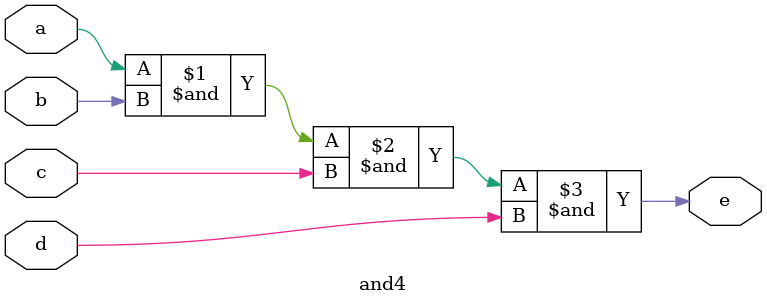
<source format=v>
module and4(	// file.cleaned.mlir:2:3
  input  a,	// file.cleaned.mlir:2:22
         b,	// file.cleaned.mlir:2:34
         c,	// file.cleaned.mlir:2:46
         d,	// file.cleaned.mlir:2:58
  output e	// file.cleaned.mlir:2:71
);

  assign e = a & b & c & d;	// file.cleaned.mlir:3:10, :4:5
endmodule


</source>
